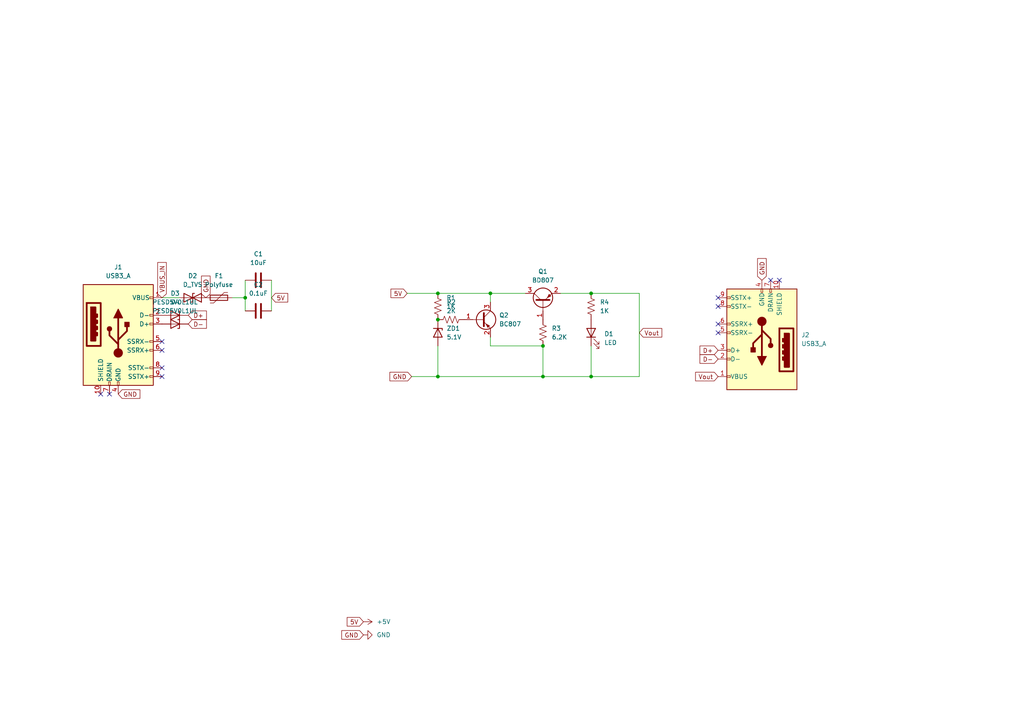
<source format=kicad_sch>
(kicad_sch (version 20250114) (generator "eeschema") (generator_version "9.0")
  (paper "A4")
  (lib_symbols
    (symbol "Connector:USB3_A" (pin_names (offset 1.016))
      (property "Reference" "J" (at -10.16 15.24 0))
      (property "Value" "USB3_A" (at 10.16 15.24 0))
      (symbol "USB3_A_0_0"
        (rectangle (start -9.144 8.636) (end -5.08 -3.81) (stroke (width 0.508)))
        (rectangle (start -7.874 7.366) (end -6.604 -2.286) (stroke (width 0.508)) (fill (type outline)))
        (rectangle (start -6.35 5.334) (end -6.096 4.572) (stroke (width 0.508)))
        (rectangle (start -6.35 3.556) (end -6.096 2.794) (stroke (width 0.508)))
        (rectangle (start -6.35 1.778) (end -6.096 1.016) (stroke (width 0.508)))
        (rectangle (start -6.35 0) (end -6.096 -0.762) (stroke (width 0.508)))
        (rectangle (start -2.794 -15.24) (end -2.286 -14.224))
        (rectangle (start -0.254 -15.24) (end 0.254 -14.224))
        (rectangle (start 10.16 10.414) (end 9.144 9.906))
        (rectangle (start 10.16 5.334) (end 9.144 4.826))
        (rectangle (start 10.16 2.794) (end 9.144 2.286))
        (rectangle (start 10.16 -2.286) (end 9.144 -2.794))
        (rectangle (start 10.16 -4.826) (end 9.144 -5.334))
        (rectangle (start 10.16 -9.906) (end 9.144 -10.414))
        (rectangle (start 10.16 -12.446) (end 9.144 -12.954))
      )
      (symbol "USB3_A_0_1"
        (rectangle (start -10.16 13.97) (end 10.16 -15.24) (stroke (width 0.254)) (fill (type background)))
      )
      (symbol "USB3_A_1_1"
        (circle (center -2.54 1.143) (radius 0.635) (stroke (width 0.254)) (fill (type outline)))
        (polyline (pts (xy -1.27 4.318) (xy 0 6.858) (xy 1.27 4.318) (xy -1.27 4.318)) (stroke (width 0.254)) (fill (type outline)))
        (polyline (pts (xy 0 -2.032) (xy 2.54 0.508) (xy 2.54 1.778)) (stroke (width 0.508)))
        (polyline (pts (xy 0 -3.302) (xy -2.54 -0.762) (xy -2.54 0.508)) (stroke (width 0.508)))
        (polyline (pts (xy 0 -5.842) (xy 0 4.318)) (stroke (width 0.508)))
        (circle (center 0 -5.842) (radius 1.27) (fill (type outline)))
        (rectangle (start 1.905 1.778) (end 3.175 3.048) (stroke (width 0.254)) (fill (type outline)))
        (pin passive line (at -5.08 -17.78 90) (length 2.54) (name "SHIELD") (number "10"))
        (pin passive line (at -2.54 -17.78 90) (length 2.54) (name "DRAIN") (number "7"))
        (pin power_in line (at 0 -17.78 90) (length 2.54) (name "GND") (number "4"))
        (pin power_in line (at 12.7 10.16 180) (length 2.54) (name "VBUS") (number "1"))
        (pin bidirectional line (at 12.7 5.08 180) (length 2.54) (name "D-") (number "2"))
        (pin bidirectional line (at 12.7 2.54 180) (length 2.54) (name "D+") (number "3"))
        (pin output line (at 12.7 -2.54 180) (length 2.54) (name "SSRX-") (number "5"))
        (pin output line (at 12.7 -5.08 180) (length 2.54) (name "SSRX+") (number "6"))
        (pin input line (at 12.7 -10.16 180) (length 2.54) (name "SSTX-") (number "8"))
        (pin input line (at 12.7 -12.7 180) (length 2.54) (name "SSTX+") (number "9"))
      )
    )
    (symbol "Device:C" (pin_numbers (hide yes)) (pin_names (offset 0.254))
      (property "Reference" "C" (at 0.635 2.54 0))
      (property "Value" "C" (at 0.635 -2.54 0))
      (symbol "C_0_1"
        (polyline (pts (xy -2.032 0.762) (xy 2.032 0.762)) (stroke (width 0.508)))
        (polyline (pts (xy -2.032 -0.762) (xy 2.032 -0.762)) (stroke (width 0.508)))
      )
      (symbol "C_1_1"
        (pin passive line (at 0 3.81 270) (length 2.794) (name "~") (number "1"))
        (pin passive line (at 0 -3.81 90) (length 2.794) (name "~") (number "2"))
      )
    )
    (symbol "Device:D_TVS" (pin_numbers (hide yes)) (pin_names (offset 1.016) (hide yes))
      (property "Reference" "D" (at 0 2.54 0))
      (property "Value" "D_TVS" (at 0 -2.54 0))
      (symbol "D_TVS_0_1"
        (polyline (pts (xy -2.54 1.27) (xy -2.54 -1.27) (xy 2.54 1.27) (xy 2.54 -1.27) (xy -2.54 1.27)) (stroke (width 0.254)))
        (polyline (pts (xy 0.508 1.27) (xy 0 1.27) (xy 0 -1.27) (xy -0.508 -1.27)) (stroke (width 0.254)))
        (polyline (pts (xy 1.27 0) (xy -1.27 0)))
      )
      (symbol "D_TVS_1_1"
        (pin passive line (at -3.81 0 0) (length 2.54) (name "A1") (number "1"))
        (pin passive line (at 3.81 0 180) (length 2.54) (name "A2") (number "2"))
      )
    )
    (symbol "Device:D_Zener" (pin_numbers (hide yes)) (pin_names (offset 1.016) (hide yes))
      (property "Reference" "D" (at 0 2.54 0))
      (property "Value" "D_Zener" (at 0 -2.54 0))
      (symbol "D_Zener_0_1"
        (polyline (pts (xy -1.27 -1.27) (xy -1.27 1.27) (xy -0.762 1.27)) (stroke (width 0.254)))
        (polyline (pts (xy 1.27 0) (xy -1.27 0)))
        (polyline (pts (xy 1.27 -1.27) (xy 1.27 1.27) (xy -1.27 0) (xy 1.27 -1.27)) (stroke (width 0.254)))
      )
      (symbol "D_Zener_1_1"
        (pin passive line (at -3.81 0 0) (length 2.54) (name "K") (number "1"))
        (pin passive line (at 3.81 0 180) (length 2.54) (name "A") (number "2"))
      )
    )
    (symbol "Device:LED" (pin_numbers (hide yes)) (pin_names (offset 1.016) (hide yes))
      (property "Reference" "D" (at 0 2.54 0))
      (property "Value" "LED" (at 0 -2.54 0))
      (symbol "LED_0_1"
        (polyline (pts (xy -3.048 -0.762) (xy -4.572 -2.286) (xy -3.81 -2.286) (xy -4.572 -2.286) (xy -4.572 -1.524)))
        (polyline (pts (xy -1.778 -0.762) (xy -3.302 -2.286) (xy -2.54 -2.286) (xy -3.302 -2.286) (xy -3.302 -1.524)))
        (polyline (pts (xy -1.27 0) (xy 1.27 0)))
        (polyline (pts (xy -1.27 -1.27) (xy -1.27 1.27)) (stroke (width 0.254)))
        (polyline (pts (xy 1.27 -1.27) (xy 1.27 1.27) (xy -1.27 0) (xy 1.27 -1.27)) (stroke (width 0.254)))
      )
      (symbol "LED_1_1"
        (pin passive line (at -3.81 0 0) (length 2.54) (name "K") (number "1"))
        (pin passive line (at 3.81 0 180) (length 2.54) (name "A") (number "2"))
      )
    )
    (symbol "Device:Polyfuse" (pin_numbers (hide yes)) (pin_names (offset 0))
      (property "Reference" "F" (at -2.54 0 90))
      (property "Value" "Polyfuse" (at 2.54 0 90))
      (symbol "Polyfuse_0_1"
        (polyline (pts (xy -1.524 2.54) (xy -1.524 1.524) (xy 1.524 -1.524) (xy 1.524 -2.54)))
        (rectangle (start -0.762 2.54) (end 0.762 -2.54) (stroke (width 0.254)))
        (polyline (pts (xy 0 2.54) (xy 0 -2.54)))
      )
      (symbol "Polyfuse_1_1"
        (pin passive line (at 0 3.81 270) (length 1.27) (name "~") (number "1"))
        (pin passive line (at 0 -3.81 90) (length 1.27) (name "~") (number "2"))
      )
    )
    (symbol "Device:R_US" (pin_numbers (hide yes)) (pin_names (offset 0))
      (property "Reference" "R" (at 2.54 0 90))
      (property "Value" "R_US" (at -2.54 0 90))
      (symbol "R_US_0_1"
        (polyline (pts (xy 0 2.286) (xy 0 2.54)))
        (polyline (pts (xy 0 2.286) (xy 1.016 1.905) (xy 0 1.524) (xy -1.016 1.143) (xy 0 0.762)))
        (polyline (pts (xy 0 0.762) (xy 1.016 0.381) (xy 0 0) (xy -1.016 -0.381) (xy 0 -0.762)))
        (polyline (pts (xy 0 -0.762) (xy 1.016 -1.143) (xy 0 -1.524) (xy -1.016 -1.905) (xy 0 -2.286)))
        (polyline (pts (xy 0 -2.286) (xy 0 -2.54)))
      )
      (symbol "R_US_1_1"
        (pin passive line (at 0 3.81 270) (length 1.27) (name "~") (number "1"))
        (pin passive line (at 0 -3.81 90) (length 1.27) (name "~") (number "2"))
      )
    )
    (symbol "Diode:PESD5V0L1UL" (pin_numbers (hide yes)) (pin_names (hide yes))
      (property "Reference" "D" (at 0 2.54 0))
      (property "Value" "PESD5V0L1UL" (at 0 -2.54 0))
      (symbol "PESD5V0L1UL_0_1"
        (polyline (pts (xy -1.27 -1.27) (xy -1.27 1.27) (xy -0.762 1.27)) (stroke (width 0.254)))
        (polyline (pts (xy 1.27 0) (xy -1.27 0)))
        (polyline (pts (xy 1.27 -1.27) (xy 1.27 1.27) (xy -1.27 0) (xy 1.27 -1.27)) (stroke (width 0.254)))
      )
      (symbol "PESD5V0L1UL_1_1"
        (pin passive line (at -3.81 0 0) (length 2.54) (name "K") (number "1"))
        (pin passive line (at 3.81 0 180) (length 2.54) (name "A") (number "2"))
      )
    )
    (symbol "Transistor_BJT:BC807" (pin_names (offset 0) (hide yes))
      (property "Reference" "Q" (at 5.08 1.905 0))
      (property "Value" "BC807" (at 5.08 0 0))
      (symbol "BC807_0_1"
        (polyline (pts (xy -2.54 0) (xy 0.635 0)))
        (polyline (pts (xy 0.635 1.905) (xy 0.635 -1.905)) (stroke (width 0.508)))
        (polyline (pts (xy 0.635 0.635) (xy 2.54 2.54)))
        (polyline (pts (xy 0.635 -0.635) (xy 2.54 -2.54)))
        (circle (center 1.27 0) (radius 2.8194) (stroke (width 0.254)))
        (polyline (pts (xy 2.286 -1.778) (xy 1.778 -2.286) (xy 1.27 -1.27) (xy 2.286 -1.778)) (fill (type outline)))
      )
      (symbol "BC807_1_1"
        (pin input line (at -5.08 0 0) (length 2.54) (name "B") (number "1"))
        (pin passive line (at 2.54 5.08 270) (length 2.54) (name "C") (number "3"))
        (pin passive line (at 2.54 -5.08 90) (length 2.54) (name "E") (number "2"))
      )
    )
    (symbol "power:+5V" (power) (pin_numbers (hide yes)) (pin_names (offset 0) (hide yes))
      (property "Value" "+5V" (at 0 3.556 0))
      (symbol "+5V_0_1"
        (polyline (pts (xy -0.762 1.27) (xy 0 2.54)))
        (polyline (pts (xy 0 2.54) (xy 0.762 1.27)))
        (polyline (pts (xy 0 0) (xy 0 2.54)))
      )
      (symbol "+5V_1_1"
        (pin power_in line (at 0 0 90) (length 0) (name "~") (number "1"))
      )
    )
    (symbol "power:GND" (power) (pin_numbers (hide yes)) (pin_names (offset 0) (hide yes))
      (property "Value" "GND" (at 0 -3.81 0))
      (symbol "GND_0_1"
        (polyline (pts (xy 0 0) (xy 0 -1.27) (xy 1.27 -1.27) (xy 0 -2.54) (xy -1.27 -1.27) (xy 0 -1.27)))
      )
      (symbol "GND_1_1"
        (pin power_in line (at 0 0 270) (length 0) (name "~") (number "1"))
      )
    )
  )
  (junction (at 127 109.22))
  (junction (at 171.45 109.22))
  (junction (at 157.48 100.33))
  (junction (at 71.12 86.36))
  (junction (at 171.45 85.09))
  (junction (at 157.48 109.22))
  (junction (at 127 92.71))
  (junction (at 142.24 85.09))
  (junction (at 127 85.09))
  (no_connect (at 46.99 101.6))
  (no_connect (at 46.99 106.68))
  (no_connect (at 208.28 93.98))
  (no_connect (at 46.99 109.22))
  (no_connect (at 223.52 81.28))
  (no_connect (at 226.06 81.28))
  (no_connect (at 31.75 114.3))
  (no_connect (at 208.28 86.36))
  (no_connect (at 46.99 99.06))
  (no_connect (at 208.28 88.9))
  (no_connect (at 208.28 96.52))
  (no_connect (at 29.21 114.3))
  (wire (pts (xy 185.42 85.09) (xy 185.42 109.22)))
  (wire (pts (xy 171.45 109.22) (xy 157.48 109.22)))
  (wire (pts (xy 127 109.22) (xy 127 100.33)))
  (wire (pts (xy 78.74 81.28) (xy 78.74 90.17)))
  (wire (pts (xy 157.48 109.22) (xy 127 109.22)))
  (wire (pts (xy 157.48 100.33) (xy 157.48 109.22)))
  (wire (pts (xy 119.38 109.22) (xy 127 109.22)))
  (wire (pts (xy 142.24 100.33) (xy 157.48 100.33)))
  (wire (pts (xy 162.56 85.09) (xy 171.45 85.09)))
  (wire (pts (xy 127 85.09) (xy 142.24 85.09)))
  (wire (pts (xy 142.24 85.09) (xy 142.24 87.63)))
  (wire (pts (xy 171.45 109.22) (xy 185.42 109.22)))
  (wire (pts (xy 142.24 97.79) (xy 142.24 100.33)))
  (wire (pts (xy 46.99 86.36) (xy 52.07 86.36)))
  (wire (pts (xy 142.24 85.09) (xy 152.4 85.09)))
  (wire (pts (xy 185.42 85.09) (xy 171.45 85.09)))
  (wire (pts (xy 67.31 86.36) (xy 71.12 86.36)))
  (wire (pts (xy 71.12 86.36) (xy 71.12 90.17)))
  (wire (pts (xy 118.11 85.09) (xy 127 85.09)))
  (wire (pts (xy 171.45 100.33) (xy 171.45 109.22)))
  (wire (pts (xy 71.12 81.28) (xy 71.12 86.36)))
  (global_label "5V" (shape input) (at 105.41 180.34 180) (property "Intersheetrefs" "${INTERSHEET_REFS}" (effects (hide yes))))
  (global_label "Vout" (shape input) (at 185.42 96.52 0) (property "Intersheetrefs" "${INTERSHEET_REFS}" (effects (hide yes))))
  (global_label "D-" (shape input) (at 208.28 104.14 180) (property "Intersheetrefs" "${INTERSHEET_REFS}" (effects (hide yes))))
  (global_label "5V" (shape input) (at 78.74 86.36 0) (property "Intersheetrefs" "${INTERSHEET_REFS}" (effects (hide yes))))
  (global_label "GND" (shape input) (at 105.41 184.15 180) (property "Intersheetrefs" "${INTERSHEET_REFS}" (effects (hide yes))))
  (global_label "GND" (shape input) (at 220.98 81.28 90) (property "Intersheetrefs" "${INTERSHEET_REFS}" (effects (hide yes))))
  (global_label "GND" (shape input) (at 59.69 86.36 90) (property "Intersheetrefs" "${INTERSHEET_REFS}" (effects (hide yes))))
  (global_label "5V" (shape input) (at 118.11 85.09 180) (property "Intersheetrefs" "${INTERSHEET_REFS}" (effects (hide yes))))
  (global_label "GND" (shape input) (at 34.29 114.3 0) (property "Intersheetrefs" "${INTERSHEET_REFS}" (effects (hide yes))))
  (global_label "Vout" (shape input) (at 208.28 109.22 180) (property "Intersheetrefs" "${INTERSHEET_REFS}" (effects (hide yes))))
  (global_label "D-" (shape input) (at 54.61 93.98 0) (property "Intersheetrefs" "${INTERSHEET_REFS}" (effects (hide yes))))
  (global_label "D+" (shape input) (at 54.61 91.44 0) (property "Intersheetrefs" "${INTERSHEET_REFS}" (effects (hide yes))))
  (global_label "GND" (shape input) (at 119.38 109.22 180) (property "Intersheetrefs" "${INTERSHEET_REFS}" (effects (hide yes))))
  (global_label "D+" (shape input) (at 208.28 101.6 180) (property "Intersheetrefs" "${INTERSHEET_REFS}" (effects (hide yes))))
  (global_label "VBUS_IN" (shape input) (at 46.99 86.36 90) (property "Intersheetrefs" "${INTERSHEET_REFS}" (effects (hide yes))))
  (symbol (lib_id "Device:R_US") (at 171.45 88.9 0) (unit 1)
    (property "Reference" "R4" (at 173.99 87.6299 0) (effects (justify left)))
    (property "Value" "1K" (at 173.99 90.1699 0) (effects (justify left)))
    (property "Footprint" "Resistor_SMD:R_0805_2012Metric" (effects (hide yes)))
    (property "Description" "Resistor, US symbol" (effects (hide yes)))
  )
  (symbol (lib_id "Device:R_US") (at 130.81 92.71 90) (unit 1)
    (property "Reference" "R1" (at 130.81 86.36 90))
    (property "Value" "1K" (at 130.81 88.9 90))
    (property "Footprint" "Resistor_SMD:R_0805_2012Metric" (effects (hide yes)))
    (property "Description" "Resistor, US symbol" (effects (hide yes)))
  )
  (symbol (lib_id "Device:LED") (at 171.45 96.52 90) (unit 1)
    (property "Reference" "D1" (at 175.26 96.8374 90) (effects (justify right)))
    (property "Value" "LED" (at 175.26 99.3774 90) (effects (justify right)))
    (property "Footprint" "LED_SMD:LED_0402_1005Metric" (effects (hide yes)))
    (property "Description" "Light emitting diode" (effects (hide yes)))
    (property "Sim.Pins" "1=K 2=A" (effects (hide yes)))
  )
  (symbol (lib_id "Device:D_Zener") (at 127 96.52 270) (unit 1)
    (property "Reference" "ZD1" (at 129.54 95.2499 90) (effects (justify left)))
    (property "Value" "5.1V" (at 129.54 97.7899 90) (effects (justify left)))
    (property "Footprint" "Diode_SMD:D_0201_0603Metric" (effects (hide yes)))
    (property "Description" "Zener diode" (effects (hide yes)))
  )
  (symbol (lib_id "Connector:USB3_A") (at 34.29 96.52 0) (unit 1)
    (property "Reference" "J1" (at 34.29 77.47 0))
    (property "Value" "USB3_A" (at 34.29 80.01 0))
    (property "Footprint" "Connector_USB:USB3_A_Receptacle_Wuerth_692122030100" (effects (hide yes)))
    (property "Description" "USB 3.0 A connector" (effects (hide yes)))
  )
  (symbol (lib_id "Device:D_TVS") (at 55.88 86.36 180) (unit 1)
    (property "Reference" "D2" (at 55.88 80.01 0))
    (property "Value" "D_TVS" (at 55.88 82.55 0))
    (property "Footprint" "Diode_SMD:D_0805_2012Metric" (effects (hide yes)))
    (property "Description" "Bidirectional transient-voltage-suppression diode" (effects (hide yes)))
  )
  (symbol (lib_id "Device:Polyfuse") (at 63.5 86.36 90) (unit 1)
    (property "Reference" "F1" (at 63.5 80.01 90))
    (property "Value" "Polyfuse" (at 63.5 82.55 90))
    (property "Footprint" "Fuse:Fuse_Bourns_MF-RG300" (effects (hide yes)))
    (property "Description" "Resettable fuse, polymeric positive temperature coefficient" (effects (hide yes)))
  )
  (symbol (lib_id "Transistor_BJT:BC807") (at 139.7 92.71 0) (unit 1)
    (property "Reference" "Q2" (at 144.78 91.4399 0) (effects (justify left)))
    (property "Value" "BC807" (at 144.78 93.9799 0) (effects (justify left)))
    (property "Footprint" "Package_TO_SOT_SMD:SOT-23" (effects (hide yes)))
    (property "Datasheet" "https://www.onsemi.com/pub/Collateral/BC808-D.pdf" (effects (hide yes)))
    (property "Description" "0.8A Ic, 45V Vce, PNP Transistor, SOT-23" (effects (hide yes)))
  )
  (symbol (lib_id "power:+5V") (at 105.41 180.34 270) (unit 1)
    (property "Reference" "#PWR01" (effects (hide yes)))
    (property "Value" "+5V" (at 109.22 180.3399 90) (effects (justify left)))
    (property "Description" "Power symbol creates a global label with name \"+5V\"" (effects (hide yes)))
  )
  (symbol (lib_id "power:GND") (at 105.41 184.15 90) (unit 1)
    (property "Reference" "#PWR02" (effects (hide yes)))
    (property "Value" "GND" (at 109.22 184.1499 90) (effects (justify right)))
    (property "Description" "Power symbol creates a global label with name \"GND\" , ground" (effects (hide yes)))
  )
  (symbol (lib_id "Transistor_BJT:BC807") (at 157.48 87.63 90) (unit 1)
    (property "Reference" "Q1" (at 157.48 78.74 90))
    (property "Value" "BD807" (at 157.48 81.28 90))
    (property "Footprint" "Package_TO_SOT_SMD:SOT-23" (effects (hide yes)))
    (property "Datasheet" "https://www.onsemi.com/pub/Collateral/BC808-D.pdf" (effects (hide yes)))
    (property "Description" "0.8A Ic, 45V Vce, PNP Transistor, SOT-23" (effects (hide yes)))
  )
  (symbol (lib_id "Device:R_US") (at 127 88.9 180) (unit 1)
    (property "Reference" "R2" (at 129.54 87.6299 0) (effects (justify right)))
    (property "Value" "2K" (at 129.54 90.1699 0) (effects (justify right)))
    (property "Footprint" "Resistor_SMD:R_0805_2012Metric" (effects (hide yes)))
    (property "Description" "Resistor, US symbol" (effects (hide yes)))
  )
  (symbol (lib_id "Device:C") (at 74.93 90.17 90) (unit 1)
    (property "Reference" "C2" (at 74.93 82.55 90))
    (property "Value" "0.1uF" (at 74.93 85.09 90))
    (property "Footprint" "Capacitor_SMD:CP_Elec_3x5.3" (effects (hide yes)))
    (property "Description" "Unpolarized capacitor" (effects (hide yes)))
  )
  (symbol (lib_id "Diode:PESD5V0L1UL") (at 50.8 91.44 180) (unit 1)
    (property "Reference" "D3" (at 50.8 85.09 0))
    (property "Value" "PESD5V0L1UL" (at 50.8 87.63 0))
    (property "Footprint" "Diode_SMD:D_SOD-882" (effects (hide yes)))
    (property "Datasheet" "https://assets.nexperia.com/documents/data-sheet/PESD5V0L1UL.pdf" (effects (hide yes)))
    (property "Description" "Low capacitance unidirectional ESD protection diode, 5V, SOD-882" (effects (hide yes)))
  )
  (symbol (lib_id "Device:C") (at 74.93 81.28 90) (unit 1)
    (property "Reference" "C1" (at 74.93 73.66 90))
    (property "Value" "10uF" (at 74.93 76.2 90))
    (property "Footprint" "Capacitor_SMD:CP_Elec_3x5.3" (effects (hide yes)))
    (property "Description" "Unpolarized capacitor" (effects (hide yes)))
  )
  (symbol (lib_id "Connector:USB3_A") (at 220.98 99.06 180) (unit 1)
    (property "Reference" "J2" (at 232.41 97.1549 0) (effects (justify right)))
    (property "Value" "USB3_A" (at 232.41 99.6949 0) (effects (justify right)))
    (property "Footprint" "Connector_USB:USB3_A_Molex_48393-001" (effects (hide yes)))
    (property "Description" "USB 3.0 A connector" (effects (hide yes)))
  )
  (symbol (lib_id "Diode:PESD5V0L1UL") (at 50.8 93.98 180) (unit 1)
    (property "Reference" "D4" (at 50.8 87.63 0))
    (property "Value" "PESD5V0L1UL" (at 50.8 90.17 0))
    (property "Footprint" "Diode_SMD:D_SOD-882" (effects (hide yes)))
    (property "Datasheet" "https://assets.nexperia.com/documents/data-sheet/PESD5V0L1UL.pdf" (effects (hide yes)))
    (property "Description" "Low capacitance unidirectional ESD protection diode, 5V, SOD-882" (effects (hide yes)))
  )
  (symbol (lib_id "Device:R_US") (at 157.48 96.52 0) (unit 1)
    (property "Reference" "R3" (at 160.02 95.2499 0) (effects (justify left)))
    (property "Value" "6.2K" (at 160.02 97.7899 0) (effects (justify left)))
    (property "Footprint" "Resistor_SMD:R_0805_2012Metric" (effects (hide yes)))
    (property "Description" "Resistor, US symbol" (effects (hide yes)))
  )
)
</source>
